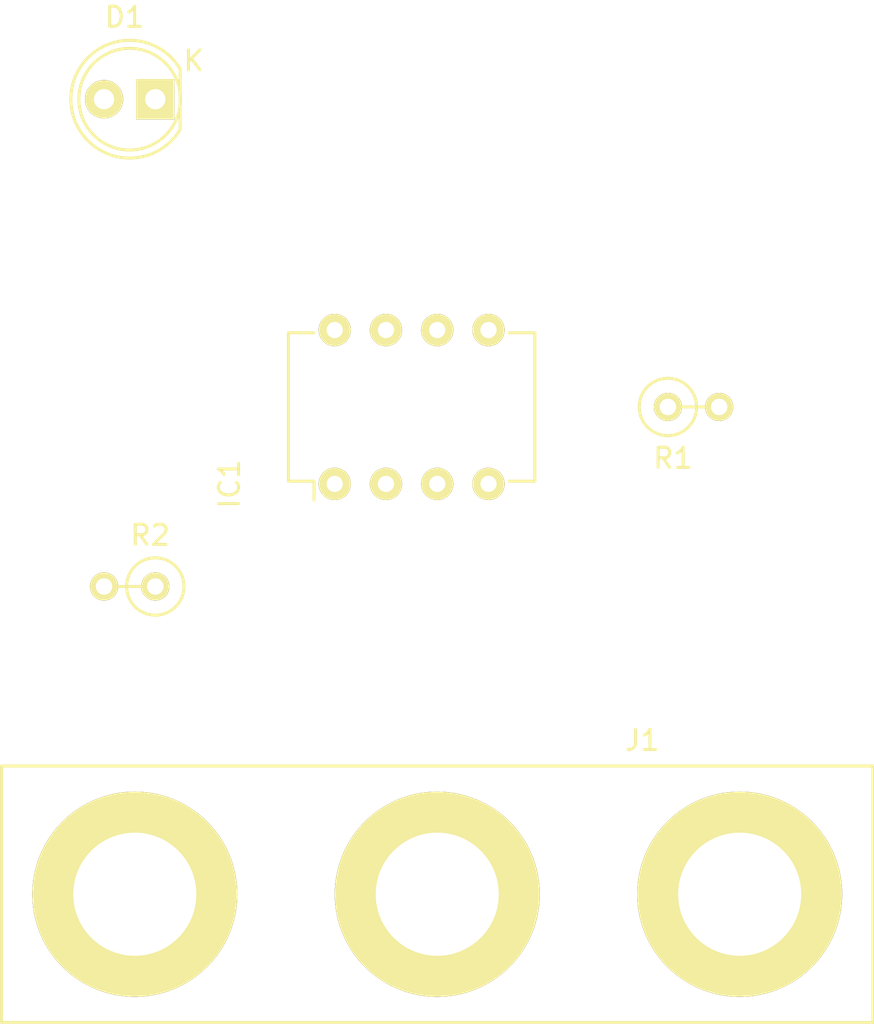
<source format=kicad_pcb>
(kicad_pcb (version 4) (host pcbnew 4.0.3-stable)

  (general
    (links 7)
    (no_connects 7)
    (area 0 0 0 0)
    (thickness 1.6)
    (drawings 0)
    (tracks 0)
    (zones 0)
    (modules 5)
    (nets 11)
  )

  (page A4)
  (title_block
    (title tutorial1)
  )

  (layers
    (0 F.Cu signal)
    (31 B.Cu signal)
    (32 B.Adhes user)
    (33 F.Adhes user)
    (34 B.Paste user)
    (35 F.Paste user)
    (36 B.SilkS user)
    (37 F.SilkS user)
    (38 B.Mask user)
    (39 F.Mask user)
    (40 Dwgs.User user)
    (41 Cmts.User user)
    (42 Eco1.User user)
    (43 Eco2.User user)
    (44 Edge.Cuts user)
    (45 Margin user)
    (46 B.CrtYd user)
    (47 F.CrtYd user)
    (48 B.Fab user)
    (49 F.Fab user)
  )

  (setup
    (last_trace_width 0.25)
    (trace_clearance 0.25)
    (zone_clearance 0.508)
    (zone_45_only no)
    (trace_min 0.2)
    (segment_width 0.2)
    (edge_width 0.15)
    (via_size 0.6)
    (via_drill 0.4)
    (via_min_size 0.4)
    (via_min_drill 0.3)
    (uvia_size 0.3)
    (uvia_drill 0.1)
    (uvias_allowed no)
    (uvia_min_size 0.2)
    (uvia_min_drill 0.1)
    (pcb_text_width 0.3)
    (pcb_text_size 1.5 1.5)
    (mod_edge_width 0.15)
    (mod_text_size 1 1)
    (mod_text_width 0.15)
    (pad_size 1.524 1.524)
    (pad_drill 0.762)
    (pad_to_mask_clearance 0.2)
    (aux_axis_origin 0 0)
    (visible_elements FFFFFF7F)
    (pcbplotparams
      (layerselection 0x00030_80000001)
      (usegerberextensions false)
      (excludeedgelayer true)
      (linewidth 0.100000)
      (plotframeref false)
      (viasonmask false)
      (mode 1)
      (useauxorigin false)
      (hpglpennumber 1)
      (hpglpenspeed 20)
      (hpglpendiameter 15)
      (hpglpenoverlay 2)
      (psnegative false)
      (psa4output false)
      (plotreference true)
      (plotvalue true)
      (plotinvisibletext false)
      (padsonsilk false)
      (subtractmaskfromsilk false)
      (outputformat 1)
      (mirror false)
      (drillshape 1)
      (scaleselection 1)
      (outputdirectory ""))
  )

  (net 0 "")
  (net 1 /uCtoLED.)
  (net 2 "Net-(D1-Pad2)")
  (net 3 VCC)
  (net 4 "Net-(IC1-Pad2)")
  (net 5 "Net-(IC1-Pad3)")
  (net 6 "Net-(IC1-Pad4)")
  (net 7 "Net-(IC1-Pad5)")
  (net 8 /INPUT)
  (net 9 GND)
  (net 10 /INPUTtoR.)

  (net_class Default "To jest domyślna klasa połączeń."
    (clearance 0.25)
    (trace_width 0.25)
    (via_dia 0.6)
    (via_drill 0.4)
    (uvia_dia 0.3)
    (uvia_drill 0.1)
    (add_net /INPUT)
    (add_net /INPUTtoR.)
    (add_net /uCtoLED.)
    (add_net GND)
    (add_net "Net-(D1-Pad2)")
    (add_net "Net-(IC1-Pad2)")
    (add_net "Net-(IC1-Pad3)")
    (add_net "Net-(IC1-Pad4)")
    (add_net "Net-(IC1-Pad5)")
    (add_net VCC)
  )

  (module LEDs:LED-5MM (layer F.Cu) (tedit 5570F7EA) (tstamp 57C57597)
    (at 121.92 69.85 180)
    (descr "LED 5mm round vertical")
    (tags "LED 5mm round vertical")
    (path /57C1BB0B)
    (fp_text reference D1 (at 1.524 4.064 180) (layer F.SilkS)
      (effects (font (size 1 1) (thickness 0.15)))
    )
    (fp_text value LED (at 1.524 -3.937 180) (layer F.Fab)
      (effects (font (size 1 1) (thickness 0.15)))
    )
    (fp_line (start -1.5 -1.55) (end -1.5 1.55) (layer F.CrtYd) (width 0.05))
    (fp_arc (start 1.3 0) (end -1.5 1.55) (angle -302) (layer F.CrtYd) (width 0.05))
    (fp_arc (start 1.27 0) (end -1.23 -1.5) (angle 297.5) (layer F.SilkS) (width 0.15))
    (fp_line (start -1.23 1.5) (end -1.23 -1.5) (layer F.SilkS) (width 0.15))
    (fp_circle (center 1.27 0) (end 0.97 -2.5) (layer F.SilkS) (width 0.15))
    (fp_text user K (at -1.905 1.905 180) (layer F.SilkS)
      (effects (font (size 1 1) (thickness 0.15)))
    )
    (pad 1 thru_hole rect (at 0 0 270) (size 2 1.9) (drill 1.00076) (layers *.Cu *.Mask F.SilkS)
      (net 1 /uCtoLED.))
    (pad 2 thru_hole circle (at 2.54 0 180) (size 1.9 1.9) (drill 1.00076) (layers *.Cu *.Mask F.SilkS)
      (net 2 "Net-(D1-Pad2)"))
    (model LEDs.3dshapes/LED-5MM.wrl
      (at (xyz 0.05 0 0))
      (scale (xyz 1 1 1))
      (rotate (xyz 0 0 90))
    )
  )

  (module Housings_DIP:DIP-8_W7.62mm (layer F.Cu) (tedit 54130A77) (tstamp 57C575AE)
    (at 130.81 88.9 90)
    (descr "8-lead dip package, row spacing 7.62 mm (300 mils)")
    (tags "dil dip 2.54 300")
    (path /57C1B999)
    (fp_text reference IC1 (at 0 -5.22 90) (layer F.SilkS)
      (effects (font (size 1 1) (thickness 0.15)))
    )
    (fp_text value PIC12C508A-I/SN (at 0 -3.72 90) (layer F.Fab)
      (effects (font (size 1 1) (thickness 0.15)))
    )
    (fp_line (start -1.05 -2.45) (end -1.05 10.1) (layer F.CrtYd) (width 0.05))
    (fp_line (start 8.65 -2.45) (end 8.65 10.1) (layer F.CrtYd) (width 0.05))
    (fp_line (start -1.05 -2.45) (end 8.65 -2.45) (layer F.CrtYd) (width 0.05))
    (fp_line (start -1.05 10.1) (end 8.65 10.1) (layer F.CrtYd) (width 0.05))
    (fp_line (start 0.135 -2.295) (end 0.135 -1.025) (layer F.SilkS) (width 0.15))
    (fp_line (start 7.485 -2.295) (end 7.485 -1.025) (layer F.SilkS) (width 0.15))
    (fp_line (start 7.485 9.915) (end 7.485 8.645) (layer F.SilkS) (width 0.15))
    (fp_line (start 0.135 9.915) (end 0.135 8.645) (layer F.SilkS) (width 0.15))
    (fp_line (start 0.135 -2.295) (end 7.485 -2.295) (layer F.SilkS) (width 0.15))
    (fp_line (start 0.135 9.915) (end 7.485 9.915) (layer F.SilkS) (width 0.15))
    (fp_line (start 0.135 -1.025) (end -0.8 -1.025) (layer F.SilkS) (width 0.15))
    (pad 1 thru_hole oval (at 0 0 90) (size 1.6 1.6) (drill 0.8) (layers *.Cu *.Mask F.SilkS)
      (net 3 VCC))
    (pad 2 thru_hole oval (at 0 2.54 90) (size 1.6 1.6) (drill 0.8) (layers *.Cu *.Mask F.SilkS)
      (net 4 "Net-(IC1-Pad2)"))
    (pad 3 thru_hole oval (at 0 5.08 90) (size 1.6 1.6) (drill 0.8) (layers *.Cu *.Mask F.SilkS)
      (net 5 "Net-(IC1-Pad3)"))
    (pad 4 thru_hole oval (at 0 7.62 90) (size 1.6 1.6) (drill 0.8) (layers *.Cu *.Mask F.SilkS)
      (net 6 "Net-(IC1-Pad4)"))
    (pad 5 thru_hole oval (at 7.62 7.62 90) (size 1.6 1.6) (drill 0.8) (layers *.Cu *.Mask F.SilkS)
      (net 7 "Net-(IC1-Pad5)"))
    (pad 6 thru_hole oval (at 7.62 5.08 90) (size 1.6 1.6) (drill 0.8) (layers *.Cu *.Mask F.SilkS)
      (net 8 /INPUT))
    (pad 7 thru_hole oval (at 7.62 2.54 90) (size 1.6 1.6) (drill 0.8) (layers *.Cu *.Mask F.SilkS)
      (net 1 /uCtoLED.))
    (pad 8 thru_hole oval (at 7.62 0 90) (size 1.6 1.6) (drill 0.8) (layers *.Cu *.Mask F.SilkS)
      (net 9 GND))
    (model Housings_DIP.3dshapes/DIP-8_W7.62mm.wrl
      (at (xyz 0 0 0))
      (scale (xyz 1 1 1))
      (rotate (xyz 0 0 0))
    )
  )

  (module Connect:Banana_Jack_3Pin (layer F.Cu) (tedit 0) (tstamp 57C575B9)
    (at 135.89 109.22)
    (descr "Triple banana socket, footprint - 3 x 6mm drills")
    (tags "banana socket")
    (path /57C1BEA3)
    (fp_text reference J1 (at 10.16 -7.62) (layer F.SilkS)
      (effects (font (size 1 1) (thickness 0.15)))
    )
    (fp_text value MYCONN3 (at -7.62 -7.62) (layer F.Fab)
      (effects (font (size 1 1) (thickness 0.15)))
    )
    (fp_line (start -21.59 -6.35) (end 21.59 -6.35) (layer F.SilkS) (width 0.15))
    (fp_line (start 21.59 -6.35) (end 21.59 6.35) (layer F.SilkS) (width 0.15))
    (fp_line (start 21.59 6.35) (end -21.59 6.35) (layer F.SilkS) (width 0.15))
    (fp_line (start -21.59 6.35) (end -21.59 -6.35) (layer F.SilkS) (width 0.15))
    (pad 1 thru_hole circle (at -14.986 0) (size 10.16 10.16) (drill 6.096) (layers *.Cu *.Mask F.SilkS)
      (net 3 VCC))
    (pad 3 thru_hole circle (at 14.986 0) (size 10.16 10.16) (drill 6.096) (layers *.Cu *.Mask F.SilkS)
      (net 9 GND))
    (pad 2 thru_hole circle (at 0 0) (size 10.16 10.16) (drill 6.096) (layers *.Cu *.Mask F.SilkS)
      (net 10 /INPUTtoR.))
    (model Connect.3dshapes/Banana_Jack_3Pin.wrl
      (at (xyz 0 0 0))
      (scale (xyz 2 2 2))
      (rotate (xyz 0 0 0))
    )
  )

  (module Discret:R1 (layer F.Cu) (tedit 0) (tstamp 57C575C1)
    (at 148.59 85.09)
    (descr "Resistance verticale")
    (tags R)
    (path /57C1B8D8)
    (fp_text reference R1 (at -1.016 2.54) (layer F.SilkS)
      (effects (font (size 1 1) (thickness 0.15)))
    )
    (fp_text value 100 (at -1.143 2.54) (layer F.Fab)
      (effects (font (size 1 1) (thickness 0.15)))
    )
    (fp_line (start -1.27 0) (end 1.27 0) (layer F.SilkS) (width 0.15))
    (fp_circle (center -1.27 0) (end -0.635 1.27) (layer F.SilkS) (width 0.15))
    (pad 1 thru_hole circle (at -1.27 0) (size 1.397 1.397) (drill 0.8128) (layers *.Cu *.Mask F.SilkS)
      (net 8 /INPUT))
    (pad 2 thru_hole circle (at 1.27 0) (size 1.397 1.397) (drill 0.8128) (layers *.Cu *.Mask F.SilkS)
      (net 10 /INPUTtoR.))
    (model Discret.3dshapes/R1.wrl
      (at (xyz 0 0 0))
      (scale (xyz 1 1 1))
      (rotate (xyz 0 0 0))
    )
  )

  (module Discret:R1 (layer F.Cu) (tedit 0) (tstamp 57C575C9)
    (at 120.65 93.98 180)
    (descr "Resistance verticale")
    (tags R)
    (path /57C1B48B)
    (fp_text reference R2 (at -1.016 2.54 180) (layer F.SilkS)
      (effects (font (size 1 1) (thickness 0.15)))
    )
    (fp_text value "1 k" (at -1.143 2.54 180) (layer F.Fab)
      (effects (font (size 1 1) (thickness 0.15)))
    )
    (fp_line (start -1.27 0) (end 1.27 0) (layer F.SilkS) (width 0.15))
    (fp_circle (center -1.27 0) (end -0.635 1.27) (layer F.SilkS) (width 0.15))
    (pad 1 thru_hole circle (at -1.27 0 180) (size 1.397 1.397) (drill 0.8128) (layers *.Cu *.Mask F.SilkS)
      (net 3 VCC))
    (pad 2 thru_hole circle (at 1.27 0 180) (size 1.397 1.397) (drill 0.8128) (layers *.Cu *.Mask F.SilkS)
      (net 2 "Net-(D1-Pad2)"))
    (model Discret.3dshapes/R1.wrl
      (at (xyz 0 0 0))
      (scale (xyz 1 1 1))
      (rotate (xyz 0 0 0))
    )
  )

)

</source>
